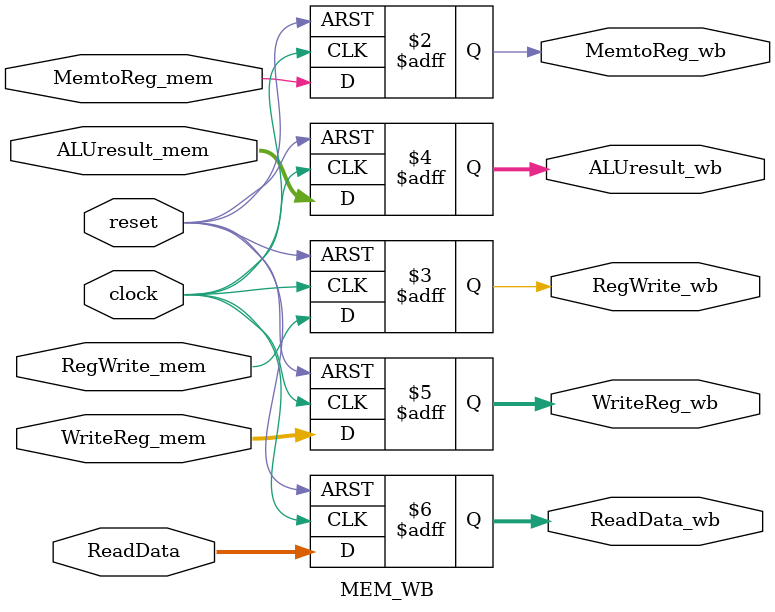
<source format=v>
`timescale 1ns / 1ps

module MEM_WB (clock,reset,MemtoReg_mem,RegWrite_mem,ALUresult_mem,ReadData,WriteReg_mem,MemtoReg_wb,RegWrite_wb,ALUresult_wb,WriteReg_wb,ReadData_wb);
	input clock,reset,MemtoReg_mem,RegWrite_mem;
	input[31:0] ALUresult_mem,ReadData;
	input[4:0] WriteReg_mem;
	output reg MemtoReg_wb,RegWrite_wb;
	output reg[31:0] ALUresult_wb;
	output reg[4:0] WriteReg_wb;
	output reg[31:0] ReadData_wb;
	
	always @(posedge clock or posedge reset) begin
		if (reset)
			begin
				MemtoReg_wb = 0;
				RegWrite_wb = 0;
				ALUresult_wb = 32'b0;
				WriteReg_wb = 5'b0;
				ReadData_wb = 32'b0;
			end
		else
			begin
				MemtoReg_wb = MemtoReg_mem;
				RegWrite_wb = RegWrite_mem;
				ALUresult_wb = ALUresult_mem;
				WriteReg_wb = WriteReg_mem;
				ReadData_wb = ReadData;
			end
	end
endmodule

</source>
